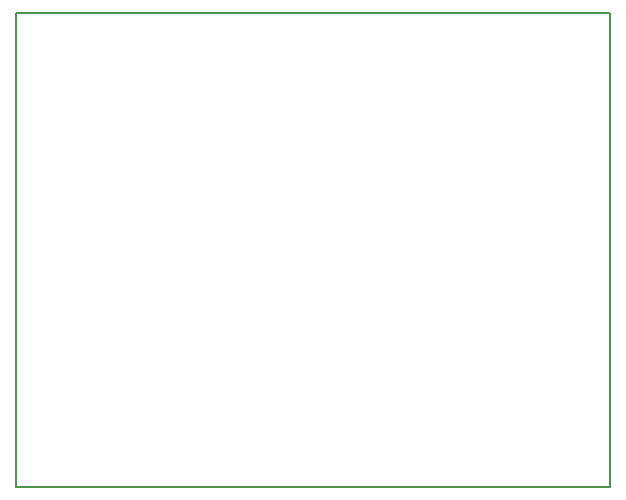
<source format=gbr>
%TF.GenerationSoftware,KiCad,Pcbnew,6.0.10+dfsg-1~bpo11+1*%
%TF.CreationDate,2023-02-14T07:58:38+00:00*%
%TF.ProjectId,PCRD06A,50435244-3036-4412-9e6b-696361645f70,REV*%
%TF.SameCoordinates,Original*%
%TF.FileFunction,Profile,NP*%
%FSLAX46Y46*%
G04 Gerber Fmt 4.6, Leading zero omitted, Abs format (unit mm)*
G04 Created by KiCad (PCBNEW 6.0.10+dfsg-1~bpo11+1) date 2023-02-14 07:58:38*
%MOMM*%
%LPD*%
G01*
G04 APERTURE LIST*
%TA.AperFunction,Profile*%
%ADD10C,0.200000*%
%TD*%
G04 APERTURE END LIST*
D10*
X254000Y40386000D02*
X50546000Y40386000D01*
X254000Y254000D02*
X50546000Y254000D01*
X50546000Y254000D02*
X50546000Y40386000D01*
X254000Y254000D02*
X254000Y40386000D01*
M02*

</source>
